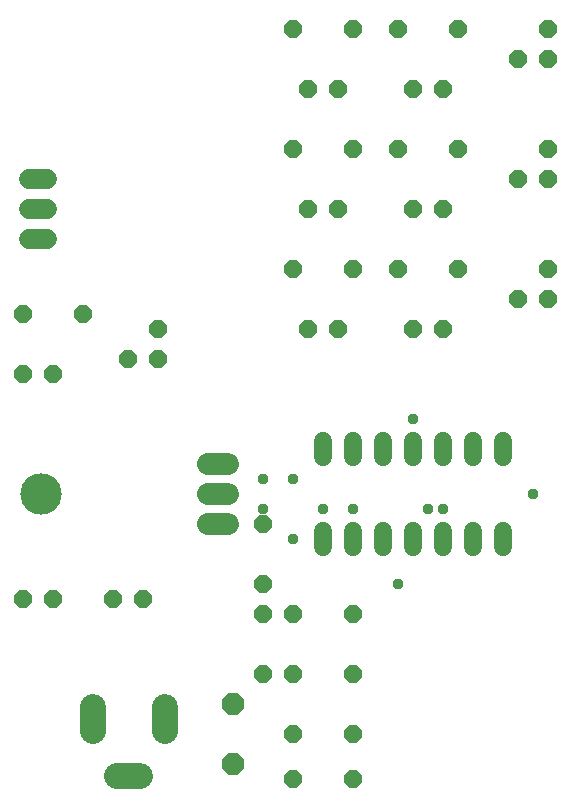
<source format=gbs>
G75*
%MOIN*%
%OFA0B0*%
%FSLAX25Y25*%
%IPPOS*%
%LPD*%
%AMOC8*
5,1,8,0,0,1.08239X$1,22.5*
%
%ADD10OC8,0.07100*%
%ADD11C,0.06000*%
%ADD12C,0.08674*%
%ADD13C,0.06800*%
%ADD14OC8,0.06000*%
%ADD15C,0.07400*%
%ADD16C,0.13800*%
%ADD17C,0.03778*%
D10*
X0124428Y0026500D03*
X0124428Y0046500D03*
D11*
X0154428Y0098900D02*
X0154428Y0104100D01*
X0164428Y0104100D02*
X0164428Y0098900D01*
X0174428Y0098900D02*
X0174428Y0104100D01*
X0184428Y0104100D02*
X0184428Y0098900D01*
X0194428Y0098900D02*
X0194428Y0104100D01*
X0204428Y0104100D02*
X0204428Y0098900D01*
X0214428Y0098900D02*
X0214428Y0104100D01*
X0214428Y0128900D02*
X0214428Y0134100D01*
X0204428Y0134100D02*
X0204428Y0128900D01*
X0194428Y0128900D02*
X0194428Y0134100D01*
X0184428Y0134100D02*
X0184428Y0128900D01*
X0174428Y0128900D02*
X0174428Y0134100D01*
X0164428Y0134100D02*
X0164428Y0128900D01*
X0154428Y0128900D02*
X0154428Y0134100D01*
D12*
X0101633Y0045437D02*
X0101633Y0037563D01*
X0093365Y0022602D02*
X0085491Y0022602D01*
X0077617Y0037563D02*
X0077617Y0045437D01*
D13*
X0062428Y0201500D02*
X0056428Y0201500D01*
X0056428Y0211500D02*
X0062428Y0211500D01*
X0062428Y0221500D02*
X0056428Y0221500D01*
D14*
X0054428Y0081500D03*
X0064428Y0081500D03*
X0084428Y0081500D03*
X0094428Y0081500D03*
X0134428Y0076500D03*
X0134428Y0086500D03*
X0144428Y0076500D03*
X0144428Y0056500D03*
X0134428Y0056500D03*
X0144428Y0036500D03*
X0144428Y0021500D03*
X0164428Y0021500D03*
X0164428Y0036500D03*
X0164428Y0056500D03*
X0164428Y0076500D03*
X0134428Y0106500D03*
X0099428Y0161500D03*
X0089428Y0161500D03*
X0099428Y0171500D03*
X0074428Y0176500D03*
X0064428Y0156500D03*
X0054428Y0156500D03*
X0054428Y0176500D03*
X0144428Y0191500D03*
X0149428Y0171500D03*
X0159428Y0171500D03*
X0164428Y0191500D03*
X0179428Y0191500D03*
X0184428Y0171500D03*
X0194428Y0171500D03*
X0199428Y0191500D03*
X0194428Y0211500D03*
X0184428Y0211500D03*
X0179428Y0231500D03*
X0164428Y0231500D03*
X0159428Y0211500D03*
X0149428Y0211500D03*
X0144428Y0231500D03*
X0149428Y0251500D03*
X0159428Y0251500D03*
X0164428Y0271500D03*
X0179428Y0271500D03*
X0199428Y0271500D03*
X0194428Y0251500D03*
X0184428Y0251500D03*
X0199428Y0231500D03*
X0219428Y0221500D03*
X0229428Y0221500D03*
X0229428Y0231500D03*
X0229428Y0261500D03*
X0219428Y0261500D03*
X0229428Y0271500D03*
X0229428Y0191500D03*
X0229428Y0181500D03*
X0219428Y0181500D03*
X0144428Y0271500D03*
D15*
X0122728Y0126500D02*
X0116128Y0126500D01*
X0116128Y0116500D02*
X0122728Y0116500D01*
X0122728Y0106500D02*
X0116128Y0106500D01*
D16*
X0060428Y0116500D03*
D17*
X0134428Y0111500D03*
X0134428Y0121500D03*
X0144428Y0121500D03*
X0154428Y0111500D03*
X0144428Y0101500D03*
X0164428Y0111500D03*
X0179428Y0086500D03*
X0189428Y0111500D03*
X0194428Y0111500D03*
X0184428Y0141500D03*
X0224428Y0116500D03*
M02*

</source>
